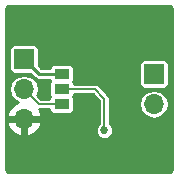
<source format=gbl>
G04 #@! TF.FileFunction,Copper,L2,Bot,Signal*
%FSLAX46Y46*%
G04 Gerber Fmt 4.6, Leading zero omitted, Abs format (unit mm)*
G04 Created by KiCad (PCBNEW 4.0.6) date 07/26/17 21:54:56*
%MOMM*%
%LPD*%
G01*
G04 APERTURE LIST*
%ADD10C,0.100000*%
%ADD11R,1.270000X0.970000*%
%ADD12R,1.700000X1.700000*%
%ADD13O,1.700000X1.700000*%
%ADD14C,0.685800*%
%ADD15C,0.254000*%
%ADD16C,0.152400*%
G04 APERTURE END LIST*
D10*
D11*
X105180000Y-91230000D03*
X105180000Y-92500000D03*
X105180000Y-93770000D03*
D12*
X113000000Y-91230000D03*
D13*
X113000000Y-93770000D03*
D12*
X102000000Y-89960000D03*
D13*
X102000000Y-92500000D03*
X102000000Y-95040000D03*
D14*
X108800000Y-95990000D03*
D15*
X105180000Y-91230000D02*
X103270000Y-91230000D01*
X103270000Y-91230000D02*
X102000000Y-89960000D01*
D16*
X108800000Y-95990000D02*
X108800000Y-93300000D01*
X108800000Y-93300000D02*
X108000000Y-92500000D01*
X108000000Y-92500000D02*
X105180000Y-92500000D01*
X102000000Y-92500000D02*
X103270000Y-93770000D01*
X103270000Y-93770000D02*
X105180000Y-93770000D01*
D15*
G36*
X114328224Y-85490438D02*
X114436928Y-85563073D01*
X114509562Y-85671777D01*
X114544000Y-85844911D01*
X114544000Y-99155089D01*
X114509562Y-99328223D01*
X114436928Y-99436927D01*
X114328224Y-99509562D01*
X114155089Y-99544000D01*
X100844911Y-99544000D01*
X100671777Y-99509562D01*
X100563073Y-99436928D01*
X100490438Y-99328224D01*
X100456000Y-99155089D01*
X100456000Y-95466551D01*
X100524624Y-95466551D01*
X100655123Y-95781640D01*
X101041309Y-96239848D01*
X101573447Y-96515390D01*
X101809500Y-96392503D01*
X101809500Y-95230500D01*
X102190500Y-95230500D01*
X102190500Y-96392503D01*
X102426553Y-96515390D01*
X102958691Y-96239848D01*
X103344877Y-95781640D01*
X103475376Y-95466551D01*
X103350985Y-95230500D01*
X102190500Y-95230500D01*
X101809500Y-95230500D01*
X100649015Y-95230500D01*
X100524624Y-95466551D01*
X100456000Y-95466551D01*
X100456000Y-94613449D01*
X100524624Y-94613449D01*
X100649015Y-94849500D01*
X101809500Y-94849500D01*
X101809500Y-94829500D01*
X102190500Y-94829500D01*
X102190500Y-94849500D01*
X103350985Y-94849500D01*
X103475376Y-94613449D01*
X103344877Y-94298360D01*
X103284902Y-94227200D01*
X104156536Y-94227200D01*
X104156536Y-94255000D01*
X104183103Y-94396190D01*
X104266546Y-94525865D01*
X104393866Y-94612859D01*
X104545000Y-94643464D01*
X105815000Y-94643464D01*
X105956190Y-94616897D01*
X106085865Y-94533454D01*
X106172859Y-94406134D01*
X106203464Y-94255000D01*
X106203464Y-93285000D01*
X106176897Y-93143810D01*
X106172395Y-93136813D01*
X106172859Y-93136134D01*
X106203464Y-92985000D01*
X106203464Y-92957200D01*
X107810622Y-92957200D01*
X108342800Y-93489378D01*
X108342800Y-95423546D01*
X108186665Y-95579408D01*
X108076226Y-95845376D01*
X108075975Y-96133361D01*
X108185950Y-96399521D01*
X108389408Y-96603335D01*
X108655376Y-96713774D01*
X108943361Y-96714025D01*
X109209521Y-96604050D01*
X109413335Y-96400592D01*
X109523774Y-96134624D01*
X109524025Y-95846639D01*
X109414050Y-95580479D01*
X109257200Y-95423355D01*
X109257200Y-93770000D01*
X111744883Y-93770000D01*
X111838587Y-94241083D01*
X112105435Y-94640448D01*
X112504800Y-94907296D01*
X112975883Y-95001000D01*
X113024117Y-95001000D01*
X113495200Y-94907296D01*
X113894565Y-94640448D01*
X114161413Y-94241083D01*
X114255117Y-93770000D01*
X114161413Y-93298917D01*
X113894565Y-92899552D01*
X113495200Y-92632704D01*
X113024117Y-92539000D01*
X112975883Y-92539000D01*
X112504800Y-92632704D01*
X112105435Y-92899552D01*
X111838587Y-93298917D01*
X111744883Y-93770000D01*
X109257200Y-93770000D01*
X109257200Y-93300000D01*
X109222398Y-93125037D01*
X109123289Y-92976711D01*
X108323289Y-92176711D01*
X108174963Y-92077602D01*
X108000000Y-92042800D01*
X106203464Y-92042800D01*
X106203464Y-92015000D01*
X106176897Y-91873810D01*
X106172395Y-91866813D01*
X106172859Y-91866134D01*
X106203464Y-91715000D01*
X106203464Y-90745000D01*
X106176897Y-90603810D01*
X106093454Y-90474135D01*
X105966134Y-90387141D01*
X105930871Y-90380000D01*
X111761536Y-90380000D01*
X111761536Y-92080000D01*
X111788103Y-92221190D01*
X111871546Y-92350865D01*
X111998866Y-92437859D01*
X112150000Y-92468464D01*
X113850000Y-92468464D01*
X113991190Y-92441897D01*
X114120865Y-92358454D01*
X114207859Y-92231134D01*
X114238464Y-92080000D01*
X114238464Y-90380000D01*
X114211897Y-90238810D01*
X114128454Y-90109135D01*
X114001134Y-90022141D01*
X113850000Y-89991536D01*
X112150000Y-89991536D01*
X112008810Y-90018103D01*
X111879135Y-90101546D01*
X111792141Y-90228866D01*
X111761536Y-90380000D01*
X105930871Y-90380000D01*
X105815000Y-90356536D01*
X104545000Y-90356536D01*
X104403810Y-90383103D01*
X104274135Y-90466546D01*
X104187141Y-90593866D01*
X104161194Y-90722000D01*
X103480420Y-90722000D01*
X103238464Y-90480044D01*
X103238464Y-89110000D01*
X103211897Y-88968810D01*
X103128454Y-88839135D01*
X103001134Y-88752141D01*
X102850000Y-88721536D01*
X101150000Y-88721536D01*
X101008810Y-88748103D01*
X100879135Y-88831546D01*
X100792141Y-88958866D01*
X100761536Y-89110000D01*
X100761536Y-90810000D01*
X100788103Y-90951190D01*
X100871546Y-91080865D01*
X100998866Y-91167859D01*
X101150000Y-91198464D01*
X102520044Y-91198464D01*
X102910790Y-91589210D01*
X103075596Y-91699331D01*
X103107850Y-91705746D01*
X103270000Y-91738000D01*
X104160864Y-91738000D01*
X104183103Y-91856190D01*
X104187605Y-91863187D01*
X104187141Y-91863866D01*
X104156536Y-92015000D01*
X104156536Y-92985000D01*
X104183103Y-93126190D01*
X104187605Y-93133187D01*
X104187141Y-93133866D01*
X104156536Y-93285000D01*
X104156536Y-93312800D01*
X103459378Y-93312800D01*
X103143888Y-92997310D01*
X103161413Y-92971083D01*
X103255117Y-92500000D01*
X103161413Y-92028917D01*
X102894565Y-91629552D01*
X102495200Y-91362704D01*
X102024117Y-91269000D01*
X101975883Y-91269000D01*
X101504800Y-91362704D01*
X101105435Y-91629552D01*
X100838587Y-92028917D01*
X100744883Y-92500000D01*
X100838587Y-92971083D01*
X101105435Y-93370448D01*
X101473484Y-93616371D01*
X101041309Y-93840152D01*
X100655123Y-94298360D01*
X100524624Y-94613449D01*
X100456000Y-94613449D01*
X100456000Y-85844911D01*
X100490438Y-85671776D01*
X100563073Y-85563072D01*
X100671777Y-85490438D01*
X100844911Y-85456000D01*
X114155089Y-85456000D01*
X114328224Y-85490438D01*
X114328224Y-85490438D01*
G37*
X114328224Y-85490438D02*
X114436928Y-85563073D01*
X114509562Y-85671777D01*
X114544000Y-85844911D01*
X114544000Y-99155089D01*
X114509562Y-99328223D01*
X114436928Y-99436927D01*
X114328224Y-99509562D01*
X114155089Y-99544000D01*
X100844911Y-99544000D01*
X100671777Y-99509562D01*
X100563073Y-99436928D01*
X100490438Y-99328224D01*
X100456000Y-99155089D01*
X100456000Y-95466551D01*
X100524624Y-95466551D01*
X100655123Y-95781640D01*
X101041309Y-96239848D01*
X101573447Y-96515390D01*
X101809500Y-96392503D01*
X101809500Y-95230500D01*
X102190500Y-95230500D01*
X102190500Y-96392503D01*
X102426553Y-96515390D01*
X102958691Y-96239848D01*
X103344877Y-95781640D01*
X103475376Y-95466551D01*
X103350985Y-95230500D01*
X102190500Y-95230500D01*
X101809500Y-95230500D01*
X100649015Y-95230500D01*
X100524624Y-95466551D01*
X100456000Y-95466551D01*
X100456000Y-94613449D01*
X100524624Y-94613449D01*
X100649015Y-94849500D01*
X101809500Y-94849500D01*
X101809500Y-94829500D01*
X102190500Y-94829500D01*
X102190500Y-94849500D01*
X103350985Y-94849500D01*
X103475376Y-94613449D01*
X103344877Y-94298360D01*
X103284902Y-94227200D01*
X104156536Y-94227200D01*
X104156536Y-94255000D01*
X104183103Y-94396190D01*
X104266546Y-94525865D01*
X104393866Y-94612859D01*
X104545000Y-94643464D01*
X105815000Y-94643464D01*
X105956190Y-94616897D01*
X106085865Y-94533454D01*
X106172859Y-94406134D01*
X106203464Y-94255000D01*
X106203464Y-93285000D01*
X106176897Y-93143810D01*
X106172395Y-93136813D01*
X106172859Y-93136134D01*
X106203464Y-92985000D01*
X106203464Y-92957200D01*
X107810622Y-92957200D01*
X108342800Y-93489378D01*
X108342800Y-95423546D01*
X108186665Y-95579408D01*
X108076226Y-95845376D01*
X108075975Y-96133361D01*
X108185950Y-96399521D01*
X108389408Y-96603335D01*
X108655376Y-96713774D01*
X108943361Y-96714025D01*
X109209521Y-96604050D01*
X109413335Y-96400592D01*
X109523774Y-96134624D01*
X109524025Y-95846639D01*
X109414050Y-95580479D01*
X109257200Y-95423355D01*
X109257200Y-93770000D01*
X111744883Y-93770000D01*
X111838587Y-94241083D01*
X112105435Y-94640448D01*
X112504800Y-94907296D01*
X112975883Y-95001000D01*
X113024117Y-95001000D01*
X113495200Y-94907296D01*
X113894565Y-94640448D01*
X114161413Y-94241083D01*
X114255117Y-93770000D01*
X114161413Y-93298917D01*
X113894565Y-92899552D01*
X113495200Y-92632704D01*
X113024117Y-92539000D01*
X112975883Y-92539000D01*
X112504800Y-92632704D01*
X112105435Y-92899552D01*
X111838587Y-93298917D01*
X111744883Y-93770000D01*
X109257200Y-93770000D01*
X109257200Y-93300000D01*
X109222398Y-93125037D01*
X109123289Y-92976711D01*
X108323289Y-92176711D01*
X108174963Y-92077602D01*
X108000000Y-92042800D01*
X106203464Y-92042800D01*
X106203464Y-92015000D01*
X106176897Y-91873810D01*
X106172395Y-91866813D01*
X106172859Y-91866134D01*
X106203464Y-91715000D01*
X106203464Y-90745000D01*
X106176897Y-90603810D01*
X106093454Y-90474135D01*
X105966134Y-90387141D01*
X105930871Y-90380000D01*
X111761536Y-90380000D01*
X111761536Y-92080000D01*
X111788103Y-92221190D01*
X111871546Y-92350865D01*
X111998866Y-92437859D01*
X112150000Y-92468464D01*
X113850000Y-92468464D01*
X113991190Y-92441897D01*
X114120865Y-92358454D01*
X114207859Y-92231134D01*
X114238464Y-92080000D01*
X114238464Y-90380000D01*
X114211897Y-90238810D01*
X114128454Y-90109135D01*
X114001134Y-90022141D01*
X113850000Y-89991536D01*
X112150000Y-89991536D01*
X112008810Y-90018103D01*
X111879135Y-90101546D01*
X111792141Y-90228866D01*
X111761536Y-90380000D01*
X105930871Y-90380000D01*
X105815000Y-90356536D01*
X104545000Y-90356536D01*
X104403810Y-90383103D01*
X104274135Y-90466546D01*
X104187141Y-90593866D01*
X104161194Y-90722000D01*
X103480420Y-90722000D01*
X103238464Y-90480044D01*
X103238464Y-89110000D01*
X103211897Y-88968810D01*
X103128454Y-88839135D01*
X103001134Y-88752141D01*
X102850000Y-88721536D01*
X101150000Y-88721536D01*
X101008810Y-88748103D01*
X100879135Y-88831546D01*
X100792141Y-88958866D01*
X100761536Y-89110000D01*
X100761536Y-90810000D01*
X100788103Y-90951190D01*
X100871546Y-91080865D01*
X100998866Y-91167859D01*
X101150000Y-91198464D01*
X102520044Y-91198464D01*
X102910790Y-91589210D01*
X103075596Y-91699331D01*
X103107850Y-91705746D01*
X103270000Y-91738000D01*
X104160864Y-91738000D01*
X104183103Y-91856190D01*
X104187605Y-91863187D01*
X104187141Y-91863866D01*
X104156536Y-92015000D01*
X104156536Y-92985000D01*
X104183103Y-93126190D01*
X104187605Y-93133187D01*
X104187141Y-93133866D01*
X104156536Y-93285000D01*
X104156536Y-93312800D01*
X103459378Y-93312800D01*
X103143888Y-92997310D01*
X103161413Y-92971083D01*
X103255117Y-92500000D01*
X103161413Y-92028917D01*
X102894565Y-91629552D01*
X102495200Y-91362704D01*
X102024117Y-91269000D01*
X101975883Y-91269000D01*
X101504800Y-91362704D01*
X101105435Y-91629552D01*
X100838587Y-92028917D01*
X100744883Y-92500000D01*
X100838587Y-92971083D01*
X101105435Y-93370448D01*
X101473484Y-93616371D01*
X101041309Y-93840152D01*
X100655123Y-94298360D01*
X100524624Y-94613449D01*
X100456000Y-94613449D01*
X100456000Y-85844911D01*
X100490438Y-85671776D01*
X100563073Y-85563072D01*
X100671777Y-85490438D01*
X100844911Y-85456000D01*
X114155089Y-85456000D01*
X114328224Y-85490438D01*
M02*

</source>
